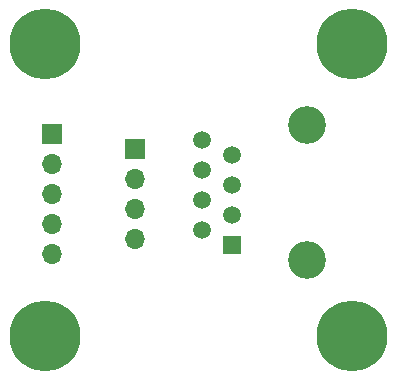
<source format=gbr>
%TF.GenerationSoftware,KiCad,Pcbnew,(6.0.1)*%
%TF.CreationDate,2022-02-21T12:48:27+02:00*%
%TF.ProjectId,Focuser-V1.Remote,466f6375-7365-4722-9d56-312e52656d6f,rev?*%
%TF.SameCoordinates,Original*%
%TF.FileFunction,Soldermask,Bot*%
%TF.FilePolarity,Negative*%
%FSLAX46Y46*%
G04 Gerber Fmt 4.6, Leading zero omitted, Abs format (unit mm)*
G04 Created by KiCad (PCBNEW (6.0.1)) date 2022-02-21 12:48:27*
%MOMM*%
%LPD*%
G01*
G04 APERTURE LIST*
%ADD10C,3.200000*%
%ADD11R,1.500000X1.500000*%
%ADD12C,1.500000*%
%ADD13C,6.000000*%
%ADD14R,1.700000X1.700000*%
%ADD15O,1.700000X1.700000*%
G04 APERTURE END LIST*
D10*
%TO.C,J1*%
X181590000Y-95087500D03*
X181590000Y-83657500D03*
D11*
X175240000Y-93817500D03*
D12*
X172700000Y-92547500D03*
X175240000Y-91277500D03*
X172700000Y-90007500D03*
X175240000Y-88737500D03*
X172700000Y-87467500D03*
X175240000Y-86197500D03*
X172700000Y-84927500D03*
%TD*%
D13*
%TO.C,REF3*%
X185420000Y-76835000D03*
%TD*%
D14*
%TO.C,J3*%
X160020000Y-84460000D03*
D15*
X160020000Y-87000000D03*
X160020000Y-89540000D03*
X160020000Y-92080000D03*
X160020000Y-94620000D03*
%TD*%
D14*
%TO.C,J2*%
X167005000Y-85725000D03*
D15*
X167005000Y-88265000D03*
X167005000Y-90805000D03*
X167005000Y-93345000D03*
%TD*%
D13*
%TO.C,REF4*%
X185420000Y-101600000D03*
%TD*%
%TO.C,REF1*%
X159385000Y-101600000D03*
%TD*%
%TO.C,REF2*%
X159385000Y-76835000D03*
%TD*%
M02*

</source>
